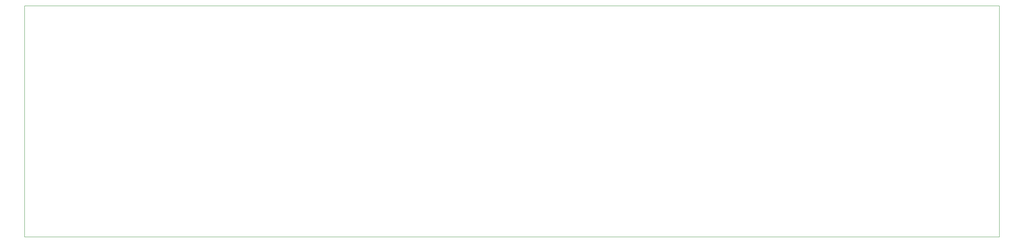
<source format=gbo>
G04 MADE WITH FRITZING*
G04 WWW.FRITZING.ORG*
G04 DOUBLE SIDED*
G04 HOLES PLATED*
G04 CONTOUR ON CENTER OF CONTOUR VECTOR*
%ASAXBY*%
%FSLAX23Y23*%
%MOIN*%
%OFA0B0*%
%SFA1.0B1.0*%
%ADD10R,18.228400X4.330720X18.212400X4.314720*%
%ADD11C,0.008000*%
%LNSILK0*%
G90*
G70*
G54D11*
X4Y4327D02*
X18224Y4327D01*
X18224Y4D01*
X4Y4D01*
X4Y4327D01*
D02*
G04 End of Silk0*
M02*
</source>
